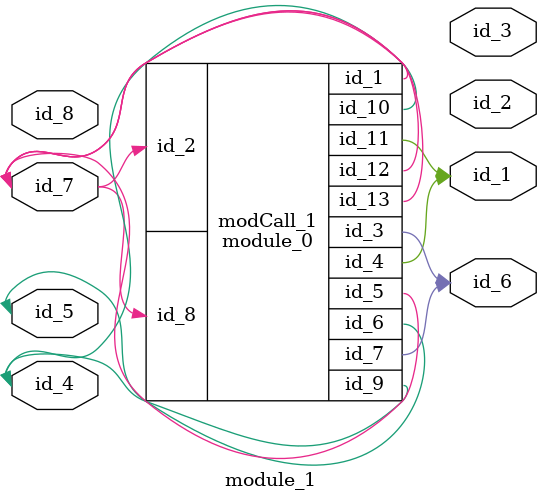
<source format=v>
module module_0 (
    id_1,
    id_2,
    id_3,
    id_4,
    id_5,
    id_6,
    id_7,
    id_8,
    id_9,
    id_10,
    id_11,
    id_12,
    id_13
);
  inout wire id_13;
  inout wire id_12;
  output wire id_11;
  inout wire id_10;
  inout wire id_9;
  input wire id_8;
  output wire id_7;
  output wire id_6;
  output wire id_5;
  output wire id_4;
  output wire id_3;
  input wire id_2;
  inout wire id_1;
  parameter id_14 = 1;
endmodule
module module_1 (
    id_1,
    id_2,
    id_3,
    id_4,
    id_5,
    id_6,
    id_7,
    id_8
);
  input wire id_8;
  inout wire id_7;
  output wire id_6;
  inout wire id_5;
  inout wire id_4;
  output wire id_3;
  output wire id_2;
  module_0 modCall_1 (
      id_7,
      id_7,
      id_6,
      id_1,
      id_7,
      id_5,
      id_6,
      id_7,
      id_4,
      id_4,
      id_1,
      id_7,
      id_7
  );
  output wire id_1;
  wire id_9;
endmodule

</source>
